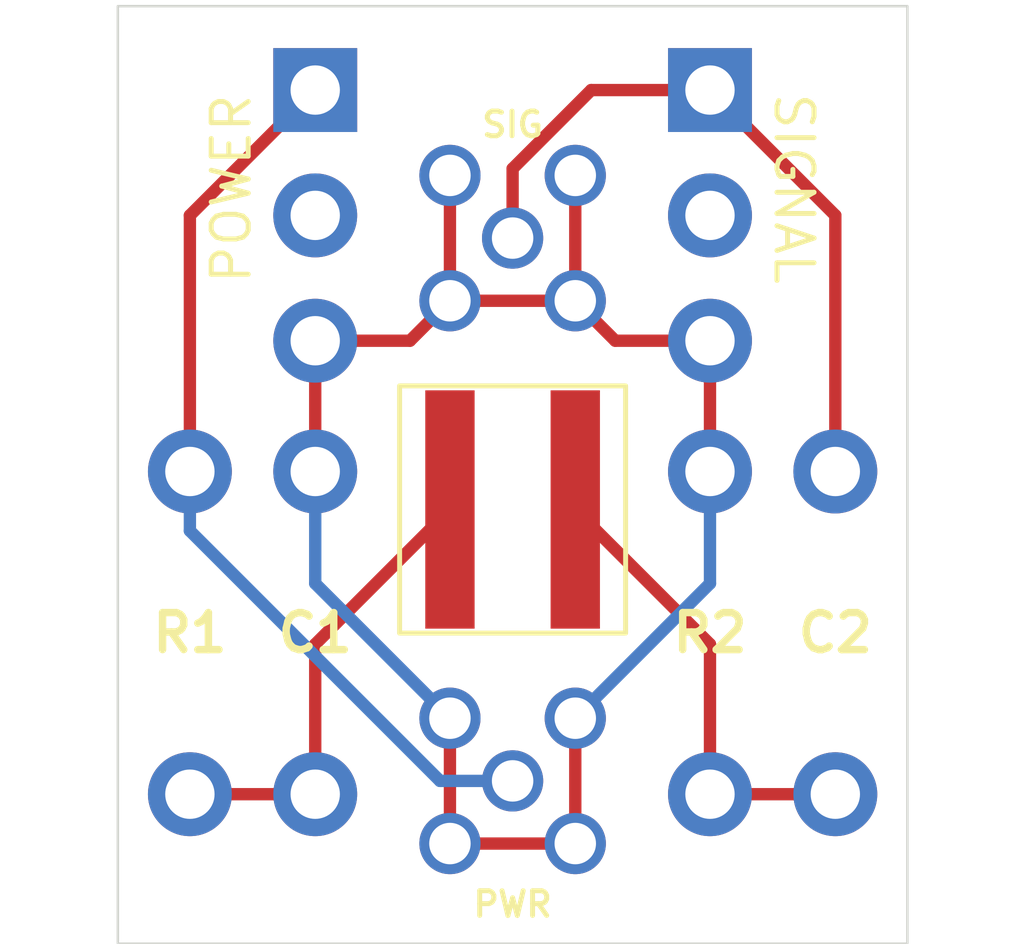
<source format=kicad_pcb>
(kicad_pcb (version 20240108) (generator "pcbnew") (generator_version "8.0")
  (layers (0 "F.Cu" signal) (31 "B.Cu" signal) (34 "B.Paste" user) (35 "F.Paste" user) (36 "B.SilkS" user "B.Silkscreen") (37 "F.SilkS" user "F.Silkscreen") (38 "B.Mask" user) (39 "F.Mask" user) (44 "Edge.Cuts" user))
  (net 0 "")
  (net 1 "GND")
  (net 2 "Net-(C1-+)")
  (net 3 "Net-(C2-+)")
  (net 4 "SIG")
  (net 5 "HV+")
  (footprint "Connector_Coaxial:MMCX_Molex_73415-1471_Vertical" (layer "F.Cu") (at 150 105)
    (property "Reference" "J-PWR-2" (hide yes))
    (property "Value" "Conn_01x02_Pin" (hide yes))
    (pad "1" thru_hole circle (at 0 0) (size 1.24 1.24) (drill 0.84) (layers "*.Cu" "*.Mask" "In1.Cu" "In2.Cu" "In3.Cu" "In4.Cu" "In5.Cu" "In6.Cu" "In7.Cu" "In8.Cu" "In9.Cu" "In10.Cu" "In11.Cu" "In12.Cu" "In13.Cu" "In14.Cu" "In15.Cu" "In16.Cu" "In17.Cu" "In18.Cu" "In19.Cu" "In20.Cu" "In21.Cu" "In22.Cu" "In23.Cu" "In24.Cu" "In25.Cu" "In26.Cu" "In27.Cu" "In28.Cu" "In29.Cu" "In30.Cu") (net 5 "HV+"))
    (pad "2" thru_hole circle (at -1.27 -1.27) (size 1.24 1.24) (drill 0.84) (layers "*.Cu" "*.Mask" "In1.Cu" "In2.Cu" "In3.Cu" "In4.Cu" "In5.Cu" "In6.Cu" "In7.Cu" "In8.Cu" "In9.Cu" "In10.Cu" "In11.Cu" "In12.Cu" "In13.Cu" "In14.Cu" "In15.Cu" "In16.Cu" "In17.Cu" "In18.Cu" "In19.Cu" "In20.Cu" "In21.Cu" "In22.Cu" "In23.Cu" "In24.Cu" "In25.Cu" "In26.Cu" "In27.Cu" "In28.Cu" "In29.Cu" "In30.Cu") (net 1 "GND"))
    (pad "2" thru_hole circle (at -1.27 1.27) (size 1.24 1.24) (drill 0.84) (layers "*.Cu" "*.Mask" "In1.Cu" "In2.Cu" "In3.Cu" "In4.Cu" "In5.Cu" "In6.Cu" "In7.Cu" "In8.Cu" "In9.Cu" "In10.Cu" "In11.Cu" "In12.Cu" "In13.Cu" "In14.Cu" "In15.Cu" "In16.Cu" "In17.Cu" "In18.Cu" "In19.Cu" "In20.Cu" "In21.Cu" "In22.Cu" "In23.Cu" "In24.Cu" "In25.Cu" "In26.Cu" "In27.Cu" "In28.Cu" "In29.Cu" "In30.Cu") (net 1 "GND"))
    (pad "2" thru_hole circle (at 1.27 -1.27) (size 1.24 1.24) (drill 0.84) (layers "*.Cu" "*.Mask" "In1.Cu" "In2.Cu" "In3.Cu" "In4.Cu" "In5.Cu" "In6.Cu" "In7.Cu" "In8.Cu" "In9.Cu" "In10.Cu" "In11.Cu" "In12.Cu" "In13.Cu" "In14.Cu" "In15.Cu" "In16.Cu" "In17.Cu" "In18.Cu" "In19.Cu" "In20.Cu" "In21.Cu" "In22.Cu" "In23.Cu" "In24.Cu" "In25.Cu" "In26.Cu" "In27.Cu" "In28.Cu" "In29.Cu" "In30.Cu") (net 1 "GND"))
    (pad "2" thru_hole circle (at 1.27 1.27) (size 1.24 1.24) (drill 0.84) (layers "*.Cu" "*.Mask" "In1.Cu" "In2.Cu" "In3.Cu" "In4.Cu" "In5.Cu" "In6.Cu" "In7.Cu" "In8.Cu" "In9.Cu" "In10.Cu" "In11.Cu" "In12.Cu" "In13.Cu" "In14.Cu" "In15.Cu" "In16.Cu" "In17.Cu" "In18.Cu" "In19.Cu" "In20.Cu" "In21.Cu" "In22.Cu" "In23.Cu" "In24.Cu" "In25.Cu" "In26.Cu" "In27.Cu" "In28.Cu" "In29.Cu" "In30.Cu") (net 1 "GND"))
  )
  (footprint "Connector_PinHeader_2.54mm:PinHeader_1x03_P2.54mm_Vertical" (layer "F.Cu") (at 154 91)
    (property "Reference" "J-SIG1" (hide yes))
    (property "Value" "Conn_01x03_Pin" (hide yes))
    (pad "1" thru_hole rect (at 0 0) (size 1.7 1.7) (drill 1) (layers "*.Cu" "*.Mask" "In1.Cu" "In2.Cu" "In3.Cu" "In4.Cu" "In5.Cu" "In6.Cu" "In7.Cu" "In8.Cu" "In9.Cu" "In10.Cu" "In11.Cu" "In12.Cu" "In13.Cu" "In14.Cu" "In15.Cu" "In16.Cu" "In17.Cu" "In18.Cu" "In19.Cu" "In20.Cu" "In21.Cu" "In22.Cu" "In23.Cu" "In24.Cu" "In25.Cu" "In26.Cu" "In27.Cu" "In28.Cu" "In29.Cu" "In30.Cu") (net 4 "SIG"))
    (pad "2" thru_hole oval (at 0 2.54) (size 1.7 1.7) (drill 1) (layers "*.Cu" "*.Mask" "In1.Cu" "In2.Cu" "In3.Cu" "In4.Cu" "In5.Cu" "In6.Cu" "In7.Cu" "In8.Cu" "In9.Cu" "In10.Cu" "In11.Cu" "In12.Cu" "In13.Cu" "In14.Cu" "In15.Cu" "In16.Cu" "In17.Cu" "In18.Cu" "In19.Cu" "In20.Cu" "In21.Cu" "In22.Cu" "In23.Cu" "In24.Cu" "In25.Cu" "In26.Cu" "In27.Cu" "In28.Cu" "In29.Cu" "In30.Cu"))
    (pad "3" thru_hole oval (at 0 5.08) (size 1.7 1.7) (drill 1) (layers "*.Cu" "*.Mask" "In1.Cu" "In2.Cu" "In3.Cu" "In4.Cu" "In5.Cu" "In6.Cu" "In7.Cu" "In8.Cu" "In9.Cu" "In10.Cu" "In11.Cu" "In12.Cu" "In13.Cu" "In14.Cu" "In15.Cu" "In16.Cu" "In17.Cu" "In18.Cu" "In19.Cu" "In20.Cu" "In21.Cu" "In22.Cu" "In23.Cu" "In24.Cu" "In25.Cu" "In26.Cu" "In27.Cu" "In28.Cu" "In29.Cu" "In30.Cu") (net 1 "GND"))
  )
  (footprint "SiPM-FBK:ASD-RGB4S-P-40" (layer "F.Cu") (at 150 99.5)
    (property "Reference" "D1" (hide yes))
    (property "Value" "~")
    (fp_rect (start -2.29 -2.505) (end 2.29 2.505) (stroke (width 0.1)) (fill none) (layer "F.SilkS"))
    (pad "1" smd rect (at -1.27 0) (size 1 4.83) (layers "F.Cu" "F.Paste" "F.Mask") (net 2 "Net-(C1-+)"))
    (pad "2" smd rect (at 1.27 0) (size 1 4.83) (layers "F.Cu" "F.Paste" "F.Mask") (net 3 "Net-(C2-+)"))
  )
  (footprint "Custom_ThroughHole:PinHeader_1x04_P2.54mm_Vertical_Spaced_Mini" (layer "F.Cu") (at 146 102 180)
    (property "Reference" "C1" (at 0 0 0) (layer "F.SilkS") (effects (font (size 0.75 0.75))))
    (property "Value" "C")
    (pad "1" thru_hole oval (at 0 -3.27 180) (size 1.7 1.7) (drill 1) (layers "*.Cu" "*.Mask" "In1.Cu" "In2.Cu" "In3.Cu" "In4.Cu" "In5.Cu" "In6.Cu" "In7.Cu" "In8.Cu" "In9.Cu" "In10.Cu" "In11.Cu" "In12.Cu" "In13.Cu" "In14.Cu" "In15.Cu" "In16.Cu" "In17.Cu" "In18.Cu" "In19.Cu" "In20.Cu" "In21.Cu" "In22.Cu" "In23.Cu" "In24.Cu" "In25.Cu" "In26.Cu" "In27.Cu" "In28.Cu" "In29.Cu" "In30.Cu") (net 2 "Net-(C1-+)"))
    (pad "2" thru_hole oval (at 0 3.27 180) (size 1.7 1.7) (drill 1) (layers "*.Cu" "*.Mask" "In1.Cu" "In2.Cu" "In3.Cu" "In4.Cu" "In5.Cu" "In6.Cu" "In7.Cu" "In8.Cu" "In9.Cu" "In10.Cu" "In11.Cu" "In12.Cu" "In13.Cu" "In14.Cu" "In15.Cu" "In16.Cu" "In17.Cu" "In18.Cu" "In19.Cu" "In20.Cu" "In21.Cu" "In22.Cu" "In23.Cu" "In24.Cu" "In25.Cu" "In26.Cu" "In27.Cu" "In28.Cu" "In29.Cu" "In30.Cu") (net 1 "GND"))
  )
  (footprint "Custom_ThroughHole:PinHeader_1x04_P2.54mm_Vertical_Spaced_Mini" (layer "F.Cu") (at 143.46 102)
    (property "Reference" "R1" (at 0 0 180) (layer "F.SilkS") (effects (font (size 0.75 0.75))))
    (property "Value" "R")
    (pad "1" thru_hole oval (at 0 -3.27) (size 1.7 1.7) (drill 1) (layers "*.Cu" "*.Mask" "In1.Cu" "In2.Cu" "In3.Cu" "In4.Cu" "In5.Cu" "In6.Cu" "In7.Cu" "In8.Cu" "In9.Cu" "In10.Cu" "In11.Cu" "In12.Cu" "In13.Cu" "In14.Cu" "In15.Cu" "In16.Cu" "In17.Cu" "In18.Cu" "In19.Cu" "In20.Cu" "In21.Cu" "In22.Cu" "In23.Cu" "In24.Cu" "In25.Cu" "In26.Cu" "In27.Cu" "In28.Cu" "In29.Cu" "In30.Cu") (net 5 "HV+"))
    (pad "2" thru_hole oval (at 0 3.27) (size 1.7 1.7) (drill 1) (layers "*.Cu" "*.Mask" "In1.Cu" "In2.Cu" "In3.Cu" "In4.Cu" "In5.Cu" "In6.Cu" "In7.Cu" "In8.Cu" "In9.Cu" "In10.Cu" "In11.Cu" "In12.Cu" "In13.Cu" "In14.Cu" "In15.Cu" "In16.Cu" "In17.Cu" "In18.Cu" "In19.Cu" "In20.Cu" "In21.Cu" "In22.Cu" "In23.Cu" "In24.Cu" "In25.Cu" "In26.Cu" "In27.Cu" "In28.Cu" "In29.Cu" "In30.Cu") (net 2 "Net-(C1-+)"))
  )
  (footprint "Connector_PinHeader_2.54mm:PinHeader_1x03_P2.54mm_Vertical" (layer "F.Cu") (at 146 91)
    (property "Reference" "J-PWR1" (hide yes))
    (property "Value" "Conn_01x03_Pin" (hide yes))
    (pad "1" thru_hole rect (at 0 0) (size 1.7 1.7) (drill 1) (layers "*.Cu" "*.Mask" "In1.Cu" "In2.Cu" "In3.Cu" "In4.Cu" "In5.Cu" "In6.Cu" "In7.Cu" "In8.Cu" "In9.Cu" "In10.Cu" "In11.Cu" "In12.Cu" "In13.Cu" "In14.Cu" "In15.Cu" "In16.Cu" "In17.Cu" "In18.Cu" "In19.Cu" "In20.Cu" "In21.Cu" "In22.Cu" "In23.Cu" "In24.Cu" "In25.Cu" "In26.Cu" "In27.Cu" "In28.Cu" "In29.Cu" "In30.Cu") (net 5 "HV+"))
    (pad "2" thru_hole oval (at 0 2.54) (size 1.7 1.7) (drill 1) (layers "*.Cu" "*.Mask" "In1.Cu" "In2.Cu" "In3.Cu" "In4.Cu" "In5.Cu" "In6.Cu" "In7.Cu" "In8.Cu" "In9.Cu" "In10.Cu" "In11.Cu" "In12.Cu" "In13.Cu" "In14.Cu" "In15.Cu" "In16.Cu" "In17.Cu" "In18.Cu" "In19.Cu" "In20.Cu" "In21.Cu" "In22.Cu" "In23.Cu" "In24.Cu" "In25.Cu" "In26.Cu" "In27.Cu" "In28.Cu" "In29.Cu" "In30.Cu"))
    (pad "3" thru_hole oval (at 0 5.08) (size 1.7 1.7) (drill 1) (layers "*.Cu" "*.Mask" "In1.Cu" "In2.Cu" "In3.Cu" "In4.Cu" "In5.Cu" "In6.Cu" "In7.Cu" "In8.Cu" "In9.Cu" "In10.Cu" "In11.Cu" "In12.Cu" "In13.Cu" "In14.Cu" "In15.Cu" "In16.Cu" "In17.Cu" "In18.Cu" "In19.Cu" "In20.Cu" "In21.Cu" "In22.Cu" "In23.Cu" "In24.Cu" "In25.Cu" "In26.Cu" "In27.Cu" "In28.Cu" "In29.Cu" "In30.Cu") (net 1 "GND"))
  )
  (footprint "Custom_ThroughHole:PinHeader_1x04_P2.54mm_Vertical_Spaced_Mini" (layer "F.Cu") (at 154 102 180)
    (property "Reference" "R2" (at 0 0 180) (layer "F.SilkS") (effects (font (size 0.75 0.75))))
    (property "Value" "R")
    (pad "1" thru_hole oval (at 0 -3.27 180) (size 1.7 1.7) (drill 1) (layers "*.Cu" "*.Mask" "In1.Cu" "In2.Cu" "In3.Cu" "In4.Cu" "In5.Cu" "In6.Cu" "In7.Cu" "In8.Cu" "In9.Cu" "In10.Cu" "In11.Cu" "In12.Cu" "In13.Cu" "In14.Cu" "In15.Cu" "In16.Cu" "In17.Cu" "In18.Cu" "In19.Cu" "In20.Cu" "In21.Cu" "In22.Cu" "In23.Cu" "In24.Cu" "In25.Cu" "In26.Cu" "In27.Cu" "In28.Cu" "In29.Cu" "In30.Cu") (net 3 "Net-(C2-+)"))
    (pad "2" thru_hole oval (at 0 3.27 180) (size 1.7 1.7) (drill 1) (layers "*.Cu" "*.Mask" "In1.Cu" "In2.Cu" "In3.Cu" "In4.Cu" "In5.Cu" "In6.Cu" "In7.Cu" "In8.Cu" "In9.Cu" "In10.Cu" "In11.Cu" "In12.Cu" "In13.Cu" "In14.Cu" "In15.Cu" "In16.Cu" "In17.Cu" "In18.Cu" "In19.Cu" "In20.Cu" "In21.Cu" "In22.Cu" "In23.Cu" "In24.Cu" "In25.Cu" "In26.Cu" "In27.Cu" "In28.Cu" "In29.Cu" "In30.Cu") (net 1 "GND"))
  )
  (footprint "Connector_Coaxial:MMCX_Molex_73415-1471_Vertical" (layer "F.Cu") (at 150 94)
    (property "Reference" "J-SIG-2" (hide yes))
    (property "Value" "Conn_01x02_Pin" (hide yes))
    (pad "1" thru_hole circle (at 0 0) (size 1.24 1.24) (drill 0.84) (layers "*.Cu" "*.Mask" "In1.Cu" "In2.Cu" "In3.Cu" "In4.Cu" "In5.Cu" "In6.Cu" "In7.Cu" "In8.Cu" "In9.Cu" "In10.Cu" "In11.Cu" "In12.Cu" "In13.Cu" "In14.Cu" "In15.Cu" "In16.Cu" "In17.Cu" "In18.Cu" "In19.Cu" "In20.Cu" "In21.Cu" "In22.Cu" "In23.Cu" "In24.Cu" "In25.Cu" "In26.Cu" "In27.Cu" "In28.Cu" "In29.Cu" "In30.Cu") (net 4 "SIG"))
    (pad "2" thru_hole circle (at -1.27 -1.27) (size 1.24 1.24) (drill 0.84) (layers "*.Cu" "*.Mask" "In1.Cu" "In2.Cu" "In3.Cu" "In4.Cu" "In5.Cu" "In6.Cu" "In7.Cu" "In8.Cu" "In9.Cu" "In10.Cu" "In11.Cu" "In12.Cu" "In13.Cu" "In14.Cu" "In15.Cu" "In16.Cu" "In17.Cu" "In18.Cu" "In19.Cu" "In20.Cu" "In21.Cu" "In22.Cu" "In23.Cu" "In24.Cu" "In25.Cu" "In26.Cu" "In27.Cu" "In28.Cu" "In29.Cu" "In30.Cu") (net 1 "GND"))
    (pad "2" thru_hole circle (at -1.27 1.27) (size 1.24 1.24) (drill 0.84) (layers "*.Cu" "*.Mask" "In1.Cu" "In2.Cu" "In3.Cu" "In4.Cu" "In5.Cu" "In6.Cu" "In7.Cu" "In8.Cu" "In9.Cu" "In10.Cu" "In11.Cu" "In12.Cu" "In13.Cu" "In14.Cu" "In15.Cu" "In16.Cu" "In17.Cu" "In18.Cu" "In19.Cu" "In20.Cu" "In21.Cu" "In22.Cu" "In23.Cu" "In24.Cu" "In25.Cu" "In26.Cu" "In27.Cu" "In28.Cu" "In29.Cu" "In30.Cu") (net 1 "GND"))
    (pad "2" thru_hole circle (at 1.27 -1.27) (size 1.24 1.24) (drill 0.84) (layers "*.Cu" "*.Mask" "In1.Cu" "In2.Cu" "In3.Cu" "In4.Cu" "In5.Cu" "In6.Cu" "In7.Cu" "In8.Cu" "In9.Cu" "In10.Cu" "In11.Cu" "In12.Cu" "In13.Cu" "In14.Cu" "In15.Cu" "In16.Cu" "In17.Cu" "In18.Cu" "In19.Cu" "In20.Cu" "In21.Cu" "In22.Cu" "In23.Cu" "In24.Cu" "In25.Cu" "In26.Cu" "In27.Cu" "In28.Cu" "In29.Cu" "In30.Cu") (net 1 "GND"))
    (pad "2" thru_hole circle (at 1.27 1.27) (size 1.24 1.24) (drill 0.84) (layers "*.Cu" "*.Mask" "In1.Cu" "In2.Cu" "In3.Cu" "In4.Cu" "In5.Cu" "In6.Cu" "In7.Cu" "In8.Cu" "In9.Cu" "In10.Cu" "In11.Cu" "In12.Cu" "In13.Cu" "In14.Cu" "In15.Cu" "In16.Cu" "In17.Cu" "In18.Cu" "In19.Cu" "In20.Cu" "In21.Cu" "In22.Cu" "In23.Cu" "In24.Cu" "In25.Cu" "In26.Cu" "In27.Cu" "In28.Cu" "In29.Cu" "In30.Cu") (net 1 "GND"))
  )
  (footprint "Custom_ThroughHole:PinHeader_1x04_P2.54mm_Vertical_Spaced_Mini" (layer "F.Cu") (at 156.54 102 180)
    (property "Reference" "C2" (at 0 0 0) (layer "F.SilkS") (effects (font (size 0.75 0.75))))
    (property "Value" "C")
    (pad "1" thru_hole oval (at 0 -3.27 180) (size 1.7 1.7) (drill 1) (layers "*.Cu" "*.Mask" "In1.Cu" "In2.Cu" "In3.Cu" "In4.Cu" "In5.Cu" "In6.Cu" "In7.Cu" "In8.Cu" "In9.Cu" "In10.Cu" "In11.Cu" "In12.Cu" "In13.Cu" "In14.Cu" "In15.Cu" "In16.Cu" "In17.Cu" "In18.Cu" "In19.Cu" "In20.Cu" "In21.Cu" "In22.Cu" "In23.Cu" "In24.Cu" "In25.Cu" "In26.Cu" "In27.Cu" "In28.Cu" "In29.Cu" "In30.Cu") (net 3 "Net-(C2-+)"))
    (pad "2" thru_hole oval (at 0 3.27 180) (size 1.7 1.7) (drill 1) (layers "*.Cu" "*.Mask" "In1.Cu" "In2.Cu" "In3.Cu" "In4.Cu" "In5.Cu" "In6.Cu" "In7.Cu" "In8.Cu" "In9.Cu" "In10.Cu" "In11.Cu" "In12.Cu" "In13.Cu" "In14.Cu" "In15.Cu" "In16.Cu" "In17.Cu" "In18.Cu" "In19.Cu" "In20.Cu" "In21.Cu" "In22.Cu" "In23.Cu" "In24.Cu" "In25.Cu" "In26.Cu" "In27.Cu" "In28.Cu" "In29.Cu" "In30.Cu") (net 4 "SIG"))
  )
  (gr_rect (start 142 89.3) (end 158 108.3) (stroke (width 0.05)) (fill none) (layer "Edge.Cuts"))
  (gr_text "POWER" (at 144.3 93 90) (layer "F.SilkS") (effects (font (size 0.75 0.75) (thickness 0.1))))
  (gr_text "SIGNAL" (at 155.7 93 -90) (layer "F.SilkS") (effects (font (size 0.75 0.75) (thickness 0.1))))
  (gr_text "SIG" (at 150 91.7 0) (layer "F.SilkS") (effects (font (size 0.5 0.5) (thickness 0.1))))
  (gr_text "PWR" (at 150 107.5 0) (layer "F.SilkS") (effects (font (size 0.5 0.5) (thickness 0.1))))
  (segment (start 152.08 96.08) (end 151.27 95.27) (width 0.25) (layer "F.Cu") (net 1))
  (segment (start 151.27 92.73) (end 151.27 95.27) (width 0.25) (layer "F.Cu") (net 1))
  (segment (start 148.73 103.73) (end 148.73 106.27) (width 0.25) (layer "F.Cu") (net 1))
  (segment (start 151.27 106.27) (end 148.73 106.27) (width 0.25) (layer "F.Cu") (net 1))
  (segment (start 146 96.08) (end 147.92 96.08) (width 0.25) (layer "F.Cu") (net 1))
  (segment (start 148.73 92.73) (end 148.73 95.27) (width 0.25) (layer "F.Cu") (net 1))
  (segment (start 151.27 106.27) (end 151.27 103.73) (width 0.25) (layer "F.Cu") (net 1))
  (segment (start 147.92 96.08) (end 148.73 95.27) (width 0.25) (layer "F.Cu") (net 1))
  (segment (start 148.73 95.27) (end 151.27 95.27) (width 0.25) (layer "F.Cu") (net 1))
  (segment (start 154 96.08) (end 152.08 96.08) (width 0.25) (layer "F.Cu") (net 1))
  (segment (start 146 96.08) (end 146 98.73) (width 0.25) (layer "F.Cu") (net 1))
  (segment (start 154 96.08) (end 154 98.73) (width 0.25) (layer "F.Cu") (net 1))
  (segment (start 148.73 103.73) (end 146 101) (width 0.25) (layer "B.Cu") (net 1))
  (segment (start 154 101) (end 154 98.73) (width 0.25) (layer "B.Cu") (net 1))
  (segment (start 151.27 103.73) (end 154 101) (width 0.25) (layer "B.Cu") (net 1))
  (segment (start 146 101) (end 146 98.73) (width 0.25) (layer "B.Cu") (net 1))
  (segment (start 148.73 99.5) (end 146 102.23) (width 0.25) (layer "F.Cu") (net 2))
  (segment (start 146 102.23) (end 146 105.27) (width 0.25) (layer "F.Cu") (net 2))
  (segment (start 146 105.27) (end 143.46 105.27) (width 0.25) (layer "F.Cu") (net 2))
  (segment (start 154 102.23) (end 154 105.27) (width 0.25) (layer "F.Cu") (net 3))
  (segment (start 154 105.27) (end 156.54 105.27) (width 0.25) (layer "F.Cu") (net 3))
  (segment (start 151.27 99.5) (end 154 102.23) (width 0.25) (layer "F.Cu") (net 3))
  (segment (start 150 94) (end 150 92.592857) (width 0.25) (layer "F.Cu") (net 4))
  (segment (start 150 92.592857) (end 151.592857 91) (width 0.25) (layer "F.Cu") (net 4))
  (segment (start 156.54 93.54) (end 156.54 98.73) (width 0.25) (layer "F.Cu") (net 4))
  (segment (start 151.592857 91) (end 154 91) (width 0.25) (layer "F.Cu") (net 4))
  (segment (start 154 91) (end 156.54 93.54) (width 0.25) (layer "F.Cu") (net 4))
  (segment (start 143.46 98.73) (end 143.46 93.54) (width 0.25) (layer "F.Cu") (net 5))
  (segment (start 143.46 93.54) (end 146 91) (width 0.25) (layer "F.Cu") (net 5))
  (segment (start 143.46 98.73) (end 143.46 99.932081) (width 0.25) (layer "B.Cu") (net 5))
  (segment (start 148.527919 105) (end 150 105) (width 0.25) (layer "B.Cu") (net 5))
  (segment (start 143.46 99.932081) (end 148.527919 105) (width 0.25) (layer "B.Cu") (net 5))
)
</source>
